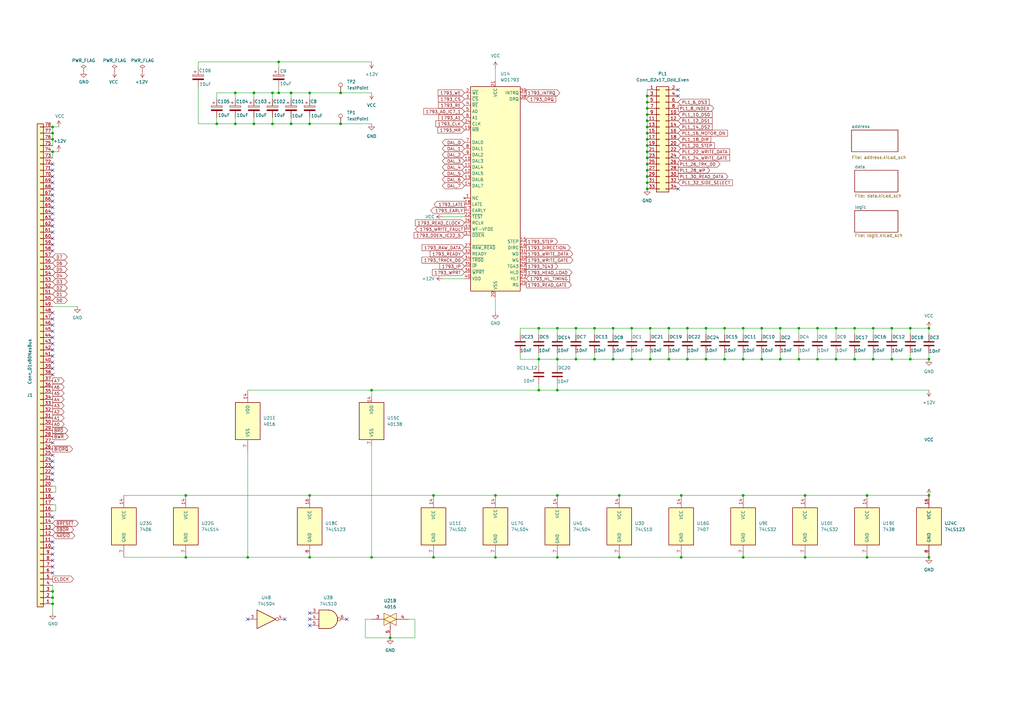
<source format=kicad_sch>
(kicad_sch (version 20230121) (generator eeschema)
  (paper "A3")
  (title_block (title "80 Bus FDC Controller") (date "2023-07-04") (rev "2.0.0"))
  (junction (at 381 147.32))
  (junction (at 177.8 203.2))
  (junction (at 312.42 147.32))
  (junction (at 203.2 228.6))
  (junction (at 139.7 38.1))
  (junction (at 304.8 228.6))
  (junction (at 279.4 203.2))
  (junction (at 21.59 62.23))
  (junction (at 76.2 228.6))
  (junction (at 139.7 50.8))
  (junction (at 251.46 147.32))
  (junction (at 21.59 54.61))
  (junction (at 228.6 228.6))
  (junction (at 373.38 147.32))
  (junction (at 355.6 228.6))
  (junction (at 304.8 203.2))
  (junction (at 111.76 38.1))
  (junction (at 119.38 38.1))
  (junction (at 365.76 134.62))
  (junction (at 350.52 147.32))
  (junction (at 96.52 50.8))
  (junction (at 127 228.6))
  (junction (at 350.52 134.62))
  (junction (at 265.43 54.61))
  (junction (at 203.2 203.2))
  (junction (at 342.9 147.32))
  (junction (at 254 203.2))
  (junction (at 381 134.62))
  (junction (at 381 203.2))
  (junction (at 342.9 134.62))
  (junction (at 265.43 39.37))
  (junction (at 289.56 134.62))
  (junction (at 21.59 52.07))
  (junction (at 228.6 203.2))
  (junction (at 265.43 72.39))
  (junction (at 265.43 46.99))
  (junction (at 381 228.6))
  (junction (at 111.76 50.8))
  (junction (at 265.43 52.07))
  (junction (at 274.32 147.32))
  (junction (at 335.28 147.32))
  (junction (at 254 228.6))
  (junction (at 96.52 38.1))
  (junction (at 21.59 57.15))
  (junction (at 279.4 228.6))
  (junction (at 228.6 160.02))
  (junction (at 358.14 134.62))
  (junction (at 355.6 203.2))
  (junction (at 327.66 134.62))
  (junction (at 127 38.1))
  (junction (at 265.43 41.91))
  (junction (at 265.43 57.15))
  (junction (at 76.2 203.2))
  (junction (at 327.66 147.32))
  (junction (at 104.14 50.8))
  (junction (at 127 203.2))
  (junction (at 220.98 147.32))
  (junction (at 265.43 67.31))
  (junction (at 104.14 38.1))
  (junction (at 265.43 49.53))
  (junction (at 265.43 44.45))
  (junction (at 365.76 147.32))
  (junction (at 228.6 147.32))
  (junction (at 236.22 134.62))
  (junction (at 265.43 74.93))
  (junction (at 243.84 147.32))
  (junction (at 236.22 147.32))
  (junction (at 320.04 147.32))
  (junction (at 304.8 147.32))
  (junction (at 297.18 147.32))
  (junction (at 228.6 134.62))
  (junction (at 266.7 147.32))
  (junction (at 152.4 160.02))
  (junction (at 281.94 134.62))
  (junction (at 312.42 134.62))
  (junction (at 265.43 59.69))
  (junction (at 101.6 228.6))
  (junction (at 265.43 77.47))
  (junction (at 320.04 134.62))
  (junction (at 289.56 147.32))
  (junction (at 114.3 38.1))
  (junction (at 259.08 134.62))
  (junction (at 88.9 50.8))
  (junction (at 114.3 25.4))
  (junction (at 330.2 228.6))
  (junction (at 119.38 50.8))
  (junction (at 373.38 134.62))
  (junction (at 21.59 247.65))
  (junction (at 330.2 203.2))
  (junction (at 335.28 134.62))
  (junction (at 281.94 147.32))
  (junction (at 274.32 134.62))
  (junction (at 21.59 245.11))
  (junction (at 265.43 64.77))
  (junction (at 259.08 147.32))
  (junction (at 220.98 134.62))
  (junction (at 152.4 228.6))
  (junction (at 297.18 134.62))
  (junction (at 220.98 160.02))
  (junction (at 265.43 62.23))
  (junction (at 177.8 228.6))
  (junction (at 243.84 134.62))
  (junction (at 266.7 134.62))
  (junction (at 358.14 147.32))
  (junction (at 127 50.8))
  (junction (at 160.02 261.62))
  (junction (at 251.46 134.62))
  (junction (at 21.59 242.57))
  (junction (at 265.43 69.85))
  (junction (at 304.8 134.62))
  (no_connect (at 278.13 77.47))
  (no_connect (at 278.13 39.37))
  (no_connect (at 278.13 36.83))
  (no_connect (at 21.59 102.87))
  (no_connect (at 21.59 232.41))
  (no_connect (at 21.59 128.27))
  (no_connect (at 21.59 212.09))
  (no_connect (at 21.59 77.47))
  (no_connect (at 21.59 69.85))
  (no_connect (at 21.59 72.39))
  (no_connect (at 21.59 74.93))
  (no_connect (at 21.59 133.35))
  (no_connect (at 21.59 204.47))
  (no_connect (at 21.59 100.33))
  (no_connect (at 21.59 181.61))
  (no_connect (at 21.59 227.33))
  (no_connect (at 21.59 222.25))
  (no_connect (at 21.59 194.31))
  (no_connect (at 21.59 85.09))
  (no_connect (at 21.59 234.95))
  (no_connect (at 127 251.46))
  (no_connect (at 21.59 67.31))
  (no_connect (at 21.59 186.69))
  (no_connect (at 21.59 196.85))
  (no_connect (at 21.59 189.23))
  (no_connect (at 101.6 254))
  (no_connect (at 21.59 97.79))
  (no_connect (at 21.59 224.79))
  (no_connect (at 21.59 191.77))
  (no_connect (at 21.59 130.81))
  (no_connect (at 116.84 254))
  (no_connect (at 21.59 95.25))
  (no_connect (at 127 254))
  (no_connect (at 21.59 229.87))
  (no_connect (at 21.59 80.01))
  (no_connect (at 142.24 254))
  (no_connect (at 21.59 82.55))
  (no_connect (at 21.59 153.67))
  (no_connect (at 21.59 151.13))
  (no_connect (at 21.59 148.59))
  (no_connect (at 21.59 146.05))
  (no_connect (at 21.59 143.51))
  (no_connect (at 21.59 140.97))
  (no_connect (at 21.59 138.43))
  (no_connect (at 21.59 135.89))
  (no_connect (at 21.59 90.17))
  (no_connect (at 21.59 87.63))
  (no_connect (at 21.59 92.71))
  (no_connect (at 127 256.54))
  (wire (pts (xy 119.38 38.1) (xy 127 38.1)))
  (wire (pts (xy 170.18 261.62) (xy 160.02 261.62)))
  (wire (pts (xy 203.2 121.92) (xy 203.2 128.27)))
  (wire (pts (xy 358.14 147.32) (xy 365.76 147.32)))
  (wire (pts (xy 104.14 38.1) (xy 111.76 38.1)))
  (wire (pts (xy 350.52 144.78) (xy 350.52 147.32)))
  (wire (pts (xy 274.32 144.78) (xy 274.32 147.32)))
  (wire (pts (xy 243.84 144.78) (xy 243.84 147.32)))
  (wire (pts (xy 21.59 199.39) (xy 22.86 199.39)))
  (wire (pts (xy 365.76 134.62) (xy 373.38 134.62)))
  (wire (pts (xy 152.4 160.02) (xy 152.4 162.56)))
  (wire (pts (xy 228.6 134.62) (xy 236.22 134.62)))
  (wire (pts (xy 381 134.62) (xy 381 137.16)))
  (wire (pts (xy 304.8 203.2) (xy 330.2 203.2)))
  (wire (pts (xy 96.52 38.1) (xy 104.14 38.1)))
  (wire (pts (xy 312.42 144.78) (xy 312.42 147.32)))
  (wire (pts (xy 342.9 134.62) (xy 342.9 137.16)))
  (wire (pts (xy 228.6 134.62) (xy 228.6 137.16)))
  (wire (pts (xy 350.52 134.62) (xy 350.52 137.16)))
  (wire (pts (xy 21.59 54.61) (xy 21.59 52.07)))
  (wire (pts (xy 251.46 134.62) (xy 259.08 134.62)))
  (wire (pts (xy 265.43 59.69) (xy 265.43 62.23)))
  (wire (pts (xy 381 144.78) (xy 381 147.32)))
  (wire (pts (xy 355.6 203.2) (xy 381 203.2)))
  (wire (pts (xy 373.38 147.32) (xy 381 147.32)))
  (wire (pts (xy 281.94 134.62) (xy 289.56 134.62)))
  (wire (pts (xy 266.7 134.62) (xy 266.7 137.16)))
  (wire (pts (xy 88.9 38.1) (xy 88.9 40.64)))
  (wire (pts (xy 24.13 52.07) (xy 21.59 52.07)))
  (wire (pts (xy 236.22 147.32) (xy 243.84 147.32)))
  (wire (pts (xy 342.9 147.32) (xy 350.52 147.32)))
  (wire (pts (xy 265.43 39.37) (xy 265.43 41.91)))
  (wire (pts (xy 304.8 147.32) (xy 312.42 147.32)))
  (wire (pts (xy 127 50.8) (xy 139.7 50.8)))
  (wire (pts (xy 213.36 147.32) (xy 220.98 147.32)))
  (wire (pts (xy 104.14 48.26) (xy 104.14 50.8)))
  (wire (pts (xy 22.86 209.55) (xy 21.59 209.55)))
  (wire (pts (xy 373.38 134.62) (xy 373.38 137.16)))
  (wire (pts (xy 265.43 57.15) (xy 265.43 59.69)))
  (wire (pts (xy 220.98 134.62) (xy 220.98 137.16)))
  (wire (pts (xy 342.9 134.62) (xy 350.52 134.62)))
  (wire (pts (xy 327.66 144.78) (xy 327.66 147.32)))
  (wire (pts (xy 96.52 50.8) (xy 104.14 50.8)))
  (wire (pts (xy 21.59 64.77) (xy 21.59 62.23)))
  (wire (pts (xy 127 38.1) (xy 127 40.64)))
  (wire (pts (xy 274.32 134.62) (xy 274.32 137.16)))
  (wire (pts (xy 21.59 245.11) (xy 21.59 242.57)))
  (wire (pts (xy 81.28 35.56) (xy 81.28 50.8)))
  (wire (pts (xy 335.28 134.62) (xy 335.28 137.16)))
  (wire (pts (xy 312.42 134.62) (xy 320.04 134.62)))
  (wire (pts (xy 265.43 36.83) (xy 265.43 39.37)))
  (wire (pts (xy 265.43 74.93) (xy 265.43 77.47)))
  (wire (pts (xy 76.2 203.2) (xy 127 203.2)))
  (wire (pts (xy 265.43 64.77) (xy 265.43 67.31)))
  (wire (pts (xy 320.04 147.32) (xy 327.66 147.32)))
  (wire (pts (xy 320.04 134.62) (xy 327.66 134.62)))
  (wire (pts (xy 228.6 160.02) (xy 220.98 160.02)))
  (wire (pts (xy 127 228.6) (xy 152.4 228.6)))
  (wire (pts (xy 119.38 48.26) (xy 119.38 50.8)))
  (wire (pts (xy 152.4 228.6) (xy 177.8 228.6)))
  (wire (pts (xy 76.2 228.6) (xy 101.6 228.6)))
  (wire (pts (xy 119.38 38.1) (xy 119.38 40.64)))
  (wire (pts (xy 114.3 35.56) (xy 114.3 38.1)))
  (wire (pts (xy 281.94 144.78) (xy 281.94 147.32)))
  (wire (pts (xy 149.86 261.62) (xy 160.02 261.62)))
  (wire (pts (xy 297.18 134.62) (xy 304.8 134.62)))
  (wire (pts (xy 251.46 134.62) (xy 251.46 137.16)))
  (wire (pts (xy 127 38.1) (xy 139.7 38.1)))
  (wire (pts (xy 114.3 25.4) (xy 81.28 25.4)))
  (wire (pts (xy 111.76 50.8) (xy 119.38 50.8)))
  (wire (pts (xy 21.59 62.23) (xy 24.13 62.23)))
  (wire (pts (xy 21.59 57.15) (xy 21.59 54.61)))
  (wire (pts (xy 81.28 25.4) (xy 81.28 27.94)))
  (wire (pts (xy 259.08 147.32) (xy 266.7 147.32)))
  (wire (pts (xy 259.08 144.78) (xy 259.08 147.32)))
  (wire (pts (xy 312.42 134.62) (xy 312.42 137.16)))
  (wire (pts (xy 281.94 134.62) (xy 281.94 137.16)))
  (wire (pts (xy 265.43 69.85) (xy 265.43 72.39)))
  (wire (pts (xy 139.7 50.8) (xy 152.4 50.8)))
  (wire (pts (xy 236.22 134.62) (xy 243.84 134.62)))
  (wire (pts (xy 358.14 144.78) (xy 358.14 147.32)))
  (wire (pts (xy 274.32 134.62) (xy 281.94 134.62)))
  (wire (pts (xy 327.66 134.62) (xy 327.66 137.16)))
  (wire (pts (xy 265.43 44.45) (xy 265.43 46.99)))
  (wire (pts (xy 304.8 144.78) (xy 304.8 147.32)))
  (wire (pts (xy 297.18 144.78) (xy 297.18 147.32)))
  (wire (pts (xy 228.6 144.78) (xy 228.6 147.32)))
  (wire (pts (xy 228.6 134.62) (xy 220.98 134.62)))
  (wire (pts (xy 181.61 114.3) (xy 190.5 114.3)))
  (wire (pts (xy 220.98 147.32) (xy 220.98 149.86)))
  (wire (pts (xy 203.2 27.94) (xy 203.2 33.02)))
  (wire (pts (xy 50.8 228.6) (xy 76.2 228.6)))
  (wire (pts (xy 22.86 199.39) (xy 22.86 201.93)))
  (wire (pts (xy 265.43 49.53) (xy 265.43 52.07)))
  (wire (pts (xy 265.43 46.99) (xy 265.43 49.53)))
  (wire (pts (xy 259.08 134.62) (xy 266.7 134.62)))
  (wire (pts (xy 281.94 147.32) (xy 289.56 147.32)))
  (wire (pts (xy 297.18 134.62) (xy 297.18 137.16)))
  (wire (pts (xy 265.43 52.07) (xy 265.43 54.61)))
  (wire (pts (xy 139.7 38.1) (xy 152.4 38.1)))
  (wire (pts (xy 114.3 25.4) (xy 114.3 27.94)))
  (wire (pts (xy 335.28 134.62) (xy 342.9 134.62)))
  (wire (pts (xy 152.4 254) (xy 149.86 254)))
  (wire (pts (xy 170.18 254) (xy 170.18 261.62)))
  (wire (pts (xy 96.52 50.8) (xy 96.52 48.26)))
  (wire (pts (xy 21.59 201.93) (xy 22.86 201.93)))
  (wire (pts (xy 236.22 134.62) (xy 236.22 137.16)))
  (wire (pts (xy 127 203.2) (xy 177.8 203.2)))
  (wire (pts (xy 104.14 38.1) (xy 104.14 40.64)))
  (wire (pts (xy 88.9 38.1) (xy 96.52 38.1)))
  (wire (pts (xy 96.52 38.1) (xy 96.52 40.64)))
  (wire (pts (xy 152.4 182.88) (xy 152.4 228.6)))
  (wire (pts (xy 21.59 247.65) (xy 21.59 245.11)))
  (wire (pts (xy 365.76 147.32) (xy 373.38 147.32)))
  (wire (pts (xy 335.28 147.32) (xy 342.9 147.32)))
  (wire (pts (xy 177.8 203.2) (xy 203.2 203.2)))
  (wire (pts (xy 220.98 144.78) (xy 220.98 147.32)))
  (wire (pts (xy 149.86 254) (xy 149.86 261.62)))
  (wire (pts (xy 265.43 62.23) (xy 265.43 64.77)))
  (wire (pts (xy 304.8 228.6) (xy 330.2 228.6)))
  (wire (pts (xy 243.84 134.62) (xy 243.84 137.16)))
  (wire (pts (xy 365.76 144.78) (xy 365.76 147.32)))
  (wire (pts (xy 254 228.6) (xy 279.4 228.6)))
  (wire (pts (xy 243.84 147.32) (xy 251.46 147.32)))
  (wire (pts (xy 127 48.26) (xy 127 50.8)))
  (wire (pts (xy 203.2 228.6) (xy 228.6 228.6)))
  (wire (pts (xy 243.84 134.62) (xy 251.46 134.62)))
  (wire (pts (xy 213.36 134.62) (xy 213.36 137.16)))
  (wire (pts (xy 111.76 38.1) (xy 111.76 40.64)))
  (wire (pts (xy 365.76 134.62) (xy 365.76 137.16)))
  (wire (pts (xy 304.8 134.62) (xy 312.42 134.62)))
  (wire (pts (xy 330.2 203.2) (xy 355.6 203.2)))
  (wire (pts (xy 350.52 147.32) (xy 358.14 147.32)))
  (wire (pts (xy 181.61 88.9) (xy 190.5 88.9)))
  (wire (pts (xy 220.98 160.02) (xy 152.4 160.02)))
  (wire (pts (xy 330.2 228.6) (xy 355.6 228.6)))
  (wire (pts (xy 327.66 134.62) (xy 335.28 134.62)))
  (wire (pts (xy 265.43 54.61) (xy 265.43 57.15)))
  (wire (pts (xy 266.7 134.62) (xy 274.32 134.62)))
  (wire (pts (xy 265.43 67.31) (xy 265.43 69.85)))
  (wire (pts (xy 289.56 134.62) (xy 289.56 137.16)))
  (wire (pts (xy 114.3 25.4) (xy 152.4 25.4)))
  (wire (pts (xy 111.76 38.1) (xy 114.3 38.1)))
  (wire (pts (xy 265.43 72.39) (xy 265.43 74.93)))
  (wire (pts (xy 228.6 157.48) (xy 228.6 160.02)))
  (wire (pts (xy 228.6 160.02) (xy 381 160.02)))
  (wire (pts (xy 358.14 134.62) (xy 358.14 137.16)))
  (wire (pts (xy 335.28 144.78) (xy 335.28 147.32)))
  (wire (pts (xy 228.6 228.6) (xy 254 228.6)))
  (wire (pts (xy 81.28 50.8) (xy 88.9 50.8)))
  (wire (pts (xy 101.6 185.42) (xy 101.6 228.6)))
  (wire (pts (xy 312.42 147.32) (xy 320.04 147.32)))
  (wire (pts (xy 289.56 134.62) (xy 297.18 134.62)))
  (wire (pts (xy 228.6 147.32) (xy 236.22 147.32)))
  (wire (pts (xy 50.8 203.2) (xy 76.2 203.2)))
  (wire (pts (xy 342.9 144.78) (xy 342.9 147.32)))
  (wire (pts (xy 355.6 228.6) (xy 381 228.6)))
  (wire (pts (xy 104.14 50.8) (xy 111.76 50.8)))
  (wire (pts (xy 119.38 50.8) (xy 127 50.8)))
  (wire (pts (xy 228.6 147.32) (xy 228.6 149.86)))
  (wire (pts (xy 358.14 134.62) (xy 365.76 134.62)))
  (wire (pts (xy 320.04 134.62) (xy 320.04 137.16)))
  (wire (pts (xy 279.4 228.6) (xy 304.8 228.6)))
  (wire (pts (xy 279.4 203.2) (xy 304.8 203.2)))
  (wire (pts (xy 220.98 134.62) (xy 213.36 134.62)))
  (wire (pts (xy 251.46 147.32) (xy 259.08 147.32)))
  (wire (pts (xy 21.59 242.57) (xy 21.59 240.03)))
  (wire (pts (xy 167.64 254) (xy 170.18 254)))
  (wire (pts (xy 111.76 48.26) (xy 111.76 50.8)))
  (wire (pts (xy 101.6 228.6) (xy 127 228.6)))
  (wire (pts (xy 274.32 147.32) (xy 281.94 147.32)))
  (wire (pts (xy 114.3 38.1) (xy 119.38 38.1)))
  (wire (pts (xy 350.52 134.62) (xy 358.14 134.62)))
  (wire (pts (xy 320.04 144.78) (xy 320.04 147.32)))
  (wire (pts (xy 88.9 50.8) (xy 96.52 50.8)))
  (wire (pts (xy 266.7 147.32) (xy 274.32 147.32)))
  (wire (pts (xy 21.59 59.69) (xy 21.59 57.15)))
  (wire (pts (xy 213.36 144.78) (xy 213.36 147.32)))
  (wire (pts (xy 289.56 144.78) (xy 289.56 147.32)))
  (wire (pts (xy 304.8 134.62) (xy 304.8 137.16)))
  (wire (pts (xy 265.43 41.91) (xy 265.43 44.45)))
  (wire (pts (xy 297.18 147.32) (xy 304.8 147.32)))
  (wire (pts (xy 152.4 160.02) (xy 101.6 160.02)))
  (wire (pts (xy 22.86 207.01) (xy 22.86 209.55)))
  (wire (pts (xy 254 203.2) (xy 279.4 203.2)))
  (wire (pts (xy 21.59 251.46) (xy 21.59 247.65)))
  (wire (pts (xy 220.98 160.02) (xy 220.98 157.48)))
  (wire (pts (xy 251.46 144.78) (xy 251.46 147.32)))
  (wire (pts (xy 266.7 144.78) (xy 266.7 147.32)))
  (wire (pts (xy 177.8 228.6) (xy 203.2 228.6)))
  (wire (pts (xy 373.38 144.78) (xy 373.38 147.32)))
  (wire (pts (xy 88.9 48.26) (xy 88.9 50.8)))
  (wire (pts (xy 373.38 134.62) (xy 381 134.62)))
  (wire (pts (xy 203.2 203.2) (xy 228.6 203.2)))
  (wire (pts (xy 327.66 147.32) (xy 335.28 147.32)))
  (wire (pts (xy 228.6 203.2) (xy 254 203.2)))
  (wire (pts (xy 236.22 144.78) (xy 236.22 147.32)))
  (wire (pts (xy 220.98 147.32) (xy 228.6 147.32)))
  (wire (pts (xy 289.56 147.32) (xy 297.18 147.32)))
  (wire (pts (xy 259.08 134.62) (xy 259.08 137.16)))
  (wire (pts (xy 21.59 125.73) (xy 31.75 125.73)))
  (wire (pts (xy 21.59 207.01) (xy 22.86 207.01)))
  (global_label "DAL_5" (shape bidirectional) (at 190.5 71.12 180) (property "Intersheetrefs" "${INTERSHEET_REFS}" (effects hide)))
  (global_label "D7" (shape bidirectional) (at 21.59 105.41 0) (property "Intersheetrefs" "${INTERSHEET_REFS}" (effects hide)))
  (global_label "PL1_14_DS2" (shape input) (at 278.13 52.07 0) (property "Intersheetrefs" "${INTERSHEET_REFS}" (effects hide)))
  (global_label "PL1_10_DS0" (shape input) (at 278.13 46.99 0) (property "Intersheetrefs" "${INTERSHEET_REFS}" (effects hide)))
  (global_label "PL1_20_STEP" (shape input) (at 278.13 59.69 0) (property "Intersheetrefs" "${INTERSHEET_REFS}" (effects hide)))
  (global_label "PL1_30_READ_DATA" (shape output) (at 278.13 72.39 0) (property "Intersheetrefs" "${INTERSHEET_REFS}" (effects hide)))
  (global_label "1793_RAW_DATA" (shape input) (at 190.5 101.6 180) (property "Intersheetrefs" "${INTERSHEET_REFS}" (effects hide)))
  (global_label "~{BIORQ}" (shape output) (at 21.59 184.15 0) (property "Intersheetrefs" "${INTERSHEET_REFS}" (effects hide)))
  (global_label "A1" (shape output) (at 21.59 171.45 0) (property "Intersheetrefs" "${INTERSHEET_REFS}" (effects hide)))
  (global_label "DAL_4" (shape bidirectional) (at 190.5 68.58 180) (property "Intersheetrefs" "${INTERSHEET_REFS}" (effects hide)))
  (global_label "1793_WRITE_GATE" (shape output) (at 215.9 106.68 0) (property "Intersheetrefs" "${INTERSHEET_REFS}" (effects hide)))
  (global_label "PL1_28_WP" (shape output) (at 278.13 69.85 0) (property "Intersheetrefs" "${INTERSHEET_REFS}" (effects hide)))
  (global_label "1793_READY" (shape input) (at 190.5 104.14 180) (property "Intersheetrefs" "${INTERSHEET_REFS}" (effects hide)))
  (global_label "1793_STEP" (shape output) (at 215.9 99.06 0) (property "Intersheetrefs" "${INTERSHEET_REFS}" (effects hide)))
  (global_label "D6" (shape bidirectional) (at 21.59 107.95 0) (property "Intersheetrefs" "${INTERSHEET_REFS}" (effects hide)))
  (global_label "1793_HL_TIMING" (shape input) (at 215.9 114.3 0) (property "Intersheetrefs" "${INTERSHEET_REFS}" (effects hide)))
  (global_label "DAL_6" (shape bidirectional) (at 190.5 73.66 180) (property "Intersheetrefs" "${INTERSHEET_REFS}" (effects hide)))
  (global_label "1793_WRITE_FAULT" (shape output) (at 190.5 93.98 180) (property "Intersheetrefs" "${INTERSHEET_REFS}" (effects hide)))
  (global_label "1793_MR" (shape input) (at 190.5 53.34 180) (property "Intersheetrefs" "${INTERSHEET_REFS}" (effects hide)))
  (global_label "1793_A0_IC7_1" (shape input) (at 190.5 45.72 180) (property "Intersheetrefs" "${INTERSHEET_REFS}" (effects hide)))
  (global_label "A2" (shape output) (at 21.59 168.91 0) (property "Intersheetrefs" "${INTERSHEET_REFS}" (effects hide)))
  (global_label "1793_LATE" (shape output) (at 190.5 83.82 180) (property "Intersheetrefs" "${INTERSHEET_REFS}" (effects hide)))
  (global_label "1793_WPRT" (shape input) (at 190.5 111.76 180) (property "Intersheetrefs" "${INTERSHEET_REFS}" (effects hide)))
  (global_label "1793_DRQ" (shape input) (at 215.9 40.64 0) (property "Intersheetrefs" "${INTERSHEET_REFS}" (effects hide)))
  (global_label "PL1_26_TRK_00" (shape output) (at 278.13 67.31 0) (property "Intersheetrefs" "${INTERSHEET_REFS}" (effects hide)))
  (global_label "D4" (shape bidirectional) (at 21.59 113.03 0) (property "Intersheetrefs" "${INTERSHEET_REFS}" (effects hide)))
  (global_label "DAL_1" (shape bidirectional) (at 190.5 60.96 180) (property "Intersheetrefs" "${INTERSHEET_REFS}" (effects hide)))
  (global_label "~{NASIO}" (shape bidirectional) (at 21.59 219.71 0) (property "Intersheetrefs" "${INTERSHEET_REFS}" (effects hide)))
  (global_label "A6" (shape output) (at 21.59 158.75 0) (property "Intersheetrefs" "${INTERSHEET_REFS}" (effects hide)))
  (global_label "PL1_24_WRITE_GATE" (shape input) (at 278.13 64.77 0) (property "Intersheetrefs" "${INTERSHEET_REFS}" (effects hide)))
  (global_label "DAL_3" (shape bidirectional) (at 190.5 66.04 180) (property "Intersheetrefs" "${INTERSHEET_REFS}" (effects hide)))
  (global_label "DAL_0" (shape bidirectional) (at 190.5 58.42 180) (property "Intersheetrefs" "${INTERSHEET_REFS}" (effects hide)))
  (global_label "A5" (shape output) (at 21.59 161.29 0) (property "Intersheetrefs" "${INTERSHEET_REFS}" (effects hide)))
  (global_label "1793_TG43" (shape output) (at 215.9 109.22 0) (property "Intersheetrefs" "${INTERSHEET_REFS}" (effects hide)))
  (global_label "1793_A1" (shape input) (at 190.5 48.26 180) (property "Intersheetrefs" "${INTERSHEET_REFS}" (effects hide)))
  (global_label "PL1_8_INDEX" (shape output) (at 278.13 44.45 0) (property "Intersheetrefs" "${INTERSHEET_REFS}" (effects hide)))
  (global_label "1793_IP" (shape input) (at 190.5 109.22 180) (property "Intersheetrefs" "${INTERSHEET_REFS}" (effects hide)))
  (global_label "1793_HEAD_LOAD" (shape output) (at 215.9 111.76 0) (property "Intersheetrefs" "${INTERSHEET_REFS}" (effects hide)))
  (global_label "A3" (shape output) (at 21.59 166.37 0) (property "Intersheetrefs" "${INTERSHEET_REFS}" (effects hide)))
  (global_label "~{BRESET}" (shape bidirectional) (at 21.59 214.63 0) (property "Intersheetrefs" "${INTERSHEET_REFS}" (effects hide)))
  (global_label "1793_CLK" (shape input) (at 190.5 50.8 180) (property "Intersheetrefs" "${INTERSHEET_REFS}" (effects hide)))
  (global_label "~{DBDR}" (shape bidirectional) (at 21.59 217.17 0) (property "Intersheetrefs" "${INTERSHEET_REFS}" (effects hide)))
  (global_label "D1" (shape bidirectional) (at 21.59 120.65 0) (property "Intersheetrefs" "${INTERSHEET_REFS}" (effects hide)))
  (global_label "A4" (shape output) (at 21.59 163.83 0) (property "Intersheetrefs" "${INTERSHEET_REFS}" (effects hide)))
  (global_label "CLOCK" (shape output) (at 21.59 237.49 0) (property "Intersheetrefs" "${INTERSHEET_REFS}" (effects hide)))
  (global_label "1793_EARLY" (shape output) (at 190.5 86.36 180) (property "Intersheetrefs" "${INTERSHEET_REFS}" (effects hide)))
  (global_label "1793_CS" (shape input) (at 190.5 40.64 180) (property "Intersheetrefs" "${INTERSHEET_REFS}" (effects hide)))
  (global_label "PL1_12_DS1" (shape input) (at 278.13 49.53 0) (property "Intersheetrefs" "${INTERSHEET_REFS}" (effects hide)))
  (global_label "1793_WE" (shape input) (at 190.5 38.1 180) (property "Intersheetrefs" "${INTERSHEET_REFS}" (effects hide)))
  (global_label "PL1_32_SIDE_SELECT" (shape input) (at 278.13 74.93 0) (property "Intersheetrefs" "${INTERSHEET_REFS}" (effects hide)))
  (global_label "1793_DDEN_IC22_5" (shape input) (at 190.5 96.52 180) (property "Intersheetrefs" "${INTERSHEET_REFS}" (effects hide)))
  (global_label "1793_DIRECTION" (shape output) (at 215.9 101.6 0) (property "Intersheetrefs" "${INTERSHEET_REFS}" (effects hide)))
  (global_label "A0" (shape output) (at 21.59 173.99 0) (property "Intersheetrefs" "${INTERSHEET_REFS}" (effects hide)))
  (global_label "1793_READ_CLOCK" (shape input) (at 190.5 91.44 180) (property "Intersheetrefs" "${INTERSHEET_REFS}" (effects hide)))
  (global_label "D5" (shape bidirectional) (at 21.59 110.49 0) (property "Intersheetrefs" "${INTERSHEET_REFS}" (effects hide)))
  (global_label "A7" (shape output) (at 21.59 156.21 0) (property "Intersheetrefs" "${INTERSHEET_REFS}" (effects hide)))
  (global_label "D3" (shape bidirectional) (at 21.59 115.57 0) (property "Intersheetrefs" "${INTERSHEET_REFS}" (effects hide)))
  (global_label "PL1_16_MOTOR_ON" (shape input) (at 278.13 54.61 0) (property "Intersheetrefs" "${INTERSHEET_REFS}" (effects hide)))
  (global_label "1793_RE" (shape input) (at 190.5 43.18 180) (property "Intersheetrefs" "${INTERSHEET_REFS}" (effects hide)))
  (global_label "1793_WRITE_DATA" (shape output) (at 215.9 104.14 0) (property "Intersheetrefs" "${INTERSHEET_REFS}" (effects hide)))
  (global_label "PL1_22_WRITE_DATA" (shape input) (at 278.13 62.23 0) (property "Intersheetrefs" "${INTERSHEET_REFS}" (effects hide)))
  (global_label "D0" (shape bidirectional) (at 21.59 123.19 0) (property "Intersheetrefs" "${INTERSHEET_REFS}" (effects hide)))
  (global_label "1793_READ_GATE" (shape output) (at 215.9 116.84 0) (property "Intersheetrefs" "${INTERSHEET_REFS}" (effects hide)))
  (global_label "PL1_6_DS3" (shape input) (at 278.13 41.91 0) (property "Intersheetrefs" "${INTERSHEET_REFS}" (effects hide)))
  (global_label "DAL_2" (shape bidirectional) (at 190.5 63.5 180) (property "Intersheetrefs" "${INTERSHEET_REFS}" (effects hide)))
  (global_label "1793_INTRQ" (shape output) (at 215.9 38.1 0) (property "Intersheetrefs" "${INTERSHEET_REFS}" (effects hide)))
  (global_label "1793_TRACK_00" (shape input) (at 190.5 106.68 180) (property "Intersheetrefs" "${INTERSHEET_REFS}" (effects hide)))
  (global_label "D2" (shape bidirectional) (at 21.59 118.11 0) (property "Intersheetrefs" "${INTERSHEET_REFS}" (effects hide)))
  (global_label "PL1_18_DIR" (shape input) (at 278.13 57.15 0) (property "Intersheetrefs" "${INTERSHEET_REFS}" (effects hide)))
  (global_label "~{BWR}" (shape output) (at 21.59 179.07 0) (property "Intersheetrefs" "${INTERSHEET_REFS}" (effects hide)))
  (global_label "DAL_7" (shape bidirectional) (at 190.5 76.2 180) (property "Intersheetrefs" "${INTERSHEET_REFS}" (effects hide)))
  (global_label "~{BRD}" (shape output) (at 21.59 176.53 0) (property "Intersheetrefs" "${INTERSHEET_REFS}" (effects hide)))
  (symbol (lib_id "80bus:Conn_01x80NasBus") (at 21.59 148.59 180) (unit 1)
    (property "Reference" "J1" (at 13.462 162.052 0) (effects (justify left)))
    (property "Value" "Conn_01x80NasBus" (at 12.192 138.938 90) (effects (justify left)))
    (property "Footprint" "80bus:80BusEdgeConnector" (effects hide))
  )
  (symbol (lib_id "power:GND") (at 21.59 251.46 0) (unit 1)
    (property "Reference" "#PWR0101" (effects hide))
    (property "Value" "GND" (at 21.717 255.8542 0))
  )
  (symbol (lib_id "power:+12V") (at 24.13 62.23 0) (unit 1)
    (property "Reference" "#PWR0103" (effects hide))
    (property "Value" "+12V" (at 24.511 57.8358 0))
  )
  (symbol (lib_id "power:VCC") (at 24.13 52.07 0) (unit 1)
    (property "Reference" "#PWR0102" (effects hide))
    (property "Value" "VCC" (at 24.511 47.6758 0))
  )
  (symbol (lib_id "power:PWR_FLAG") (at 34.29 29.21 0) (unit 1)
    (property "Reference" "#FLG0101" (effects hide))
    (property "Value" "PWR_FLAG" (at 34.29 24.8158 0))
  )
  (symbol (lib_id "power:GND") (at 34.29 29.21 0) (unit 1)
    (property "Reference" "#PWR0116" (effects hide))
    (property "Value" "GND" (at 34.417 33.6042 0))
  )
  (symbol (lib_id "power:PWR_FLAG") (at 46.99 29.21 0) (unit 1)
    (property "Reference" "#FLG0102" (effects hide))
    (property "Value" "PWR_FLAG" (at 46.99 24.8158 0))
  )
  (symbol (lib_id "power:PWR_FLAG") (at 58.42 29.21 0) (unit 1)
    (property "Reference" "#FLG0104" (effects hide))
    (property "Value" "PWR_FLAG" (at 58.42 24.8158 0))
  )
  (symbol (lib_id "power:+12V") (at 58.42 29.21 180) (unit 1)
    (property "Reference" "#PWR0119" (effects hide))
    (property "Value" "+12V" (at 58.039 33.6042 0))
  )
  (symbol (lib_id "power:VCC") (at 46.99 29.21 180) (unit 1)
    (property "Reference" "#PWR0117" (effects hide))
    (property "Value" "VCC" (at 46.609 33.6042 0))
  )
  (symbol (lib_id "power:GND") (at 31.75 125.73 0) (unit 1)
    (property "Reference" "#PWR0175" (effects hide))
    (property "Value" "GND" (at 31.75 130.302 0))
  )
  (symbol (lib_id "Device:C") (at 266.7 140.97 0) (unit 1)
    (property "Reference" "DC21" (at 266.954 138.176 0) (effects (justify left)))
    (property "Value" "10nF" (at 266.7 143.764 0) (effects (justify left)))
    (property "Footprint" "Capacitor_THT:C_Disc_D4.7mm_W2.5mm_P5.00mm" (effects hide))
  )
  (symbol (lib_id "74xx:74LS02") (at 177.8 215.9 0) (unit 5)
    (property "Reference" "U11" (at 184.15 214.6299 0) (effects (justify left)))
    (property "Value" "74LS02" (at 184.15 217.1699 0) (effects (justify left)))
    (property "Footprint" "Package_DIP:DIP-14_W7.62mm_Socket" (effects hide))
    (property "Datasheet" "http://www.ti.com/lit/gpn/sn74ls02" (effects hide))
  )
  (symbol (lib_id "power:GND") (at 381 147.32 0) (unit 1)
    (property "Reference" "#PWR0106" (effects hide))
    (property "Value" "GND" (at 381 152.4 0))
  )
  (symbol (lib_id "Device:C_Polarized") (at 81.28 31.75 0) (unit 1)
    (property "Reference" "C106" (at 81.534 28.956 0) (effects (justify left)))
    (property "Value" "10uF" (at 81.788 34.544 0) (effects (justify left)))
    (property "Footprint" "Capacitor_THT:C_Disc_D6.0mm_W4.4mm_P5.00mm" (effects hide))
  )
  (symbol (lib_id "Device:C") (at 220.98 140.97 0) (unit 1)
    (property "Reference" "DC5" (at 221.234 138.176 0) (effects (justify left)))
    (property "Value" "10nF" (at 220.98 143.764 0) (effects (justify left)))
    (property "Footprint" "Capacitor_THT:C_Disc_D4.7mm_W2.5mm_P5.00mm" (effects hide))
  )
  (symbol (lib_id "80bus:7406") (at 50.8 215.9 0) (unit 7)
    (property "Reference" "U23" (at 57.15 214.6299 0) (effects (justify left)))
    (property "Value" "7406" (at 57.15 217.1699 0) (effects (justify left)))
    (property "Footprint" "Package_DIP:DIP-14_W7.62mm_Socket" (effects hide))
    (property "Datasheet" "http://www.ti.com/lit/gpn/sn74LS06" (effects hide))
  )
  (symbol (lib_id "Device:C") (at 236.22 140.97 0) (unit 1)
    (property "Reference" "DC7" (at 236.474 138.176 0) (effects (justify left)))
    (property "Value" "10nF" (at 236.22 143.764 0) (effects (justify left)))
    (property "Footprint" "Capacitor_THT:C_Disc_D4.7mm_W2.5mm_P5.00mm" (effects hide))
  )
  (symbol (lib_id "80bus:7438") (at 355.6 215.9 0) (unit 5)
    (property "Reference" "U19" (at 361.95 214.6299 0) (effects (justify left)))
    (property "Value" "7438" (at 361.95 217.1699 0) (effects (justify left)))
    (property "Footprint" "Package_DIP:DIP-14_W7.62mm_Socket" (effects hide))
    (property "Datasheet" "http://www.ti.com/lit/gpn/sn74LS38" (effects hide))
  )
  (symbol (lib_id "Device:C_Polarized") (at 111.76 44.45 0) (unit 1)
    (property "Reference" "C102" (at 112.014 41.656 0) (effects (justify left)))
    (property "Value" "10uF" (at 112.268 47.244 0) (effects (justify left)))
    (property "Footprint" "Capacitor_THT:C_Disc_D6.0mm_W4.4mm_P5.00mm" (effects hide))
  )
  (symbol (lib_id "74xx:74LS123") (at 381 215.9 0) (unit 3)
    (property "Reference" "U24" (at 387.35 214.6299 0) (effects (justify left)))
    (property "Value" "74LS123" (at 387.35 217.1699 0) (effects (justify left)))
    (property "Footprint" "Package_DIP:DIP-16_W7.62mm_Socket" (effects hide))
    (property "Datasheet" "http://www.ti.com/lit/gpn/sn74LS123" (effects hide))
  )
  (symbol (lib_id "power:+12V") (at 181.61 114.3 90) (unit 1)
    (property "Reference" "#PWR0109" (effects hide))
    (property "Value" "+12V" (at 178.308 114.2999 90) (effects (justify left)))
  )
  (symbol (lib_id "74xx:74LS04") (at 228.6 215.9 0) (unit 7)
    (property "Reference" "U4" (at 234.95 214.6299 0) (effects (justify left)))
    (property "Value" "74LS04" (at 234.95 217.1699 0) (effects (justify left)))
    (property "Footprint" "Package_DIP:DIP-14_W7.62mm_Socket" (effects hide))
    (property "Datasheet" "http://www.ti.com/lit/gpn/sn74LS04" (effects hide))
  )
  (symbol (lib_id "74xx:74LS123") (at 127 215.9 0) (unit 3)
    (property "Reference" "U18" (at 133.35 214.6299 0) (effects (justify left)))
    (property "Value" "74LS123" (at 133.35 217.1699 0) (effects (justify left)))
    (property "Footprint" "Package_DIP:DIP-16_W7.62mm_Socket" (effects hide))
    (property "Datasheet" "http://www.ti.com/lit/gpn/sn74LS123" (effects hide))
  )
  (symbol (lib_id "power:+12V") (at 152.4 25.4 180) (unit 1)
    (property "Reference" "#PWR0110" (effects hide))
    (property "Value" "+12V" (at 152.4 30.48 0))
  )
  (symbol (lib_id "Device:C") (at 365.76 140.97 0) (unit 1)
    (property "Reference" "DC12" (at 366.014 138.176 0) (effects (justify left)))
    (property "Value" "10nF" (at 365.76 143.764 0) (effects (justify left)))
    (property "Footprint" "Capacitor_THT:C_Disc_D4.7mm_W2.5mm_P5.00mm" (effects hide))
  )
  (symbol (lib_id "Device:C_Polarized") (at 114.3 31.75 0) (unit 1)
    (property "Reference" "C9" (at 114.808 29.21 0) (effects (justify left)))
    (property "Value" "10uF" (at 114.808 34.29 0) (effects (justify left)))
    (property "Footprint" "Capacitor_THT:C_Disc_D6.0mm_W4.4mm_P5.00mm" (effects hide))
  )
  (symbol (lib_id "Device:C") (at 312.42 140.97 0) (unit 1)
    (property "Reference" "DC10" (at 312.674 138.176 0) (effects (justify left)))
    (property "Value" "10nF" (at 312.42 143.764 0) (effects (justify left)))
    (property "Footprint" "Capacitor_THT:C_Disc_D4.7mm_W2.5mm_P5.00mm" (effects hide))
  )
  (symbol (lib_id "power:GND") (at 265.43 77.47 0) (unit 1)
    (property "Reference" "#PWR0123" (effects hide))
    (property "Value" "GND" (at 265.43 82.296 0))
  )
  (symbol (lib_id "Device:C") (at 220.98 153.67 0) (unit 1)
    (property "Reference" "DC14_12" (at 211.836 150.876 0) (effects (justify left)))
    (property "Value" "10nF" (at 214.63 156.21 0) (effects (justify left)))
    (property "Footprint" "Capacitor_THT:C_Disc_D4.7mm_W2.5mm_P5.00mm" (effects hide))
  )
  (symbol (lib_id "Connector:TestPoint") (at 139.7 38.1 0) (unit 1)
    (property "Reference" "TP2" (at 142.24 33.5279 0) (effects (justify left)))
    (property "Value" "TestPoint" (at 142.24 36.0679 0) (effects (justify left)))
    (property "Footprint" "TestPoint:TestPoint_THTPad_D1.5mm_Drill0.7mm" (effects hide))
  )
  (symbol (lib_id "power:VCC") (at 381 134.62 0) (unit 1)
    (property "Reference" "#PWR0104" (effects hide))
    (property "Value" "VCC" (at 381 129.54 0))
  )
  (symbol (lib_id "Device:C_Polarized") (at 96.52 44.45 0) (unit 1)
    (property "Reference" "C104" (at 96.774 41.656 0) (effects (justify left)))
    (property "Value" "10uF" (at 97.028 47.244 0) (effects (justify left)))
    (property "Footprint" "Capacitor_THT:C_Disc_D6.0mm_W4.4mm_P5.00mm" (effects hide))
  )
  (symbol (lib_id "Device:C") (at 281.94 140.97 0) (unit 1)
    (property "Reference" "DC22" (at 282.194 138.176 0) (effects (justify left)))
    (property "Value" "10nF" (at 281.94 143.764 0) (effects (justify left)))
    (property "Footprint" "Capacitor_THT:C_Disc_D4.7mm_W2.5mm_P5.00mm" (effects hide))
  )
  (symbol (lib_id "Connector_Generic:Conn_02x17_Odd_Even") (at 270.51 57.15 0) (unit 1)
    (property "Reference" "PL1" (at 271.78 30.226 0))
    (property "Value" "Conn_02x17_Odd_Even" (at 271.78 32.766 0))
    (property "Footprint" "Connector_PinHeader_2.54mm:PinHeader_2x17_P2.54mm_Vertical" (effects hide))
  )
  (symbol (lib_id "74xx:74LS10") (at 254 215.9 0) (unit 4)
    (property "Reference" "U3" (at 260.35 214.6299 0) (effects (justify left)))
    (property "Value" "74LS10" (at 260.35 217.1699 0) (effects (justify left)))
    (property "Footprint" "Package_DIP:DIP-14_W7.62mm_Socket" (effects hide))
    (property "Datasheet" "http://www.ti.com/lit/gpn/sn74LS10" (effects hide))
  )
  (symbol (lib_id "4xxx:4016") (at 160.02 254 180) (unit 2)
    (property "Reference" "U21" (at 160.02 246.38 0))
    (property "Value" "4016" (at 160.02 248.92 0))
    (property "Footprint" "Package_DIP:DIP-14_W7.62mm_Socket" (effects hide))
    (property "Datasheet" "http://www.ti.com/lit/ds/symlink/cd4016b.pdf" (effects hide))
  )
  (symbol (lib_id "Device:C") (at 327.66 140.97 0) (unit 1)
    (property "Reference" "DC4" (at 327.914 138.176 0) (effects (justify left)))
    (property "Value" "10nF" (at 327.66 143.764 0) (effects (justify left)))
    (property "Footprint" "Capacitor_THT:C_Disc_D4.7mm_W2.5mm_P5.00mm" (effects hide))
  )
  (symbol (lib_id "Device:C_Polarized") (at 88.9 44.45 0) (unit 1)
    (property "Reference" "C105" (at 89.154 41.656 0) (effects (justify left)))
    (property "Value" "10uF" (at 89.408 47.244 0) (effects (justify left)))
    (property "Footprint" "Capacitor_THT:C_Disc_D6.0mm_W4.4mm_P5.00mm" (effects hide))
  )
  (symbol (lib_id "Device:C") (at 213.36 140.97 0) (unit 1)
    (property "Reference" "DC23" (at 213.614 138.176 0) (effects (justify left)))
    (property "Value" "10nF" (at 213.36 143.764 0) (effects (justify left)))
    (property "Footprint" "Capacitor_THT:C_Disc_D4.7mm_W2.5mm_P5.00mm" (effects hide))
  )
  (symbol (lib_id "Device:C") (at 342.9 140.97 0) (unit 1)
    (property "Reference" "DC9" (at 343.154 138.176 0) (effects (justify left)))
    (property "Value" "10nF" (at 342.9 143.764 0) (effects (justify left)))
    (property "Footprint" "Capacitor_THT:C_Disc_D4.7mm_W2.5mm_P5.00mm" (effects hide))
  )
  (symbol (lib_id "Device:C") (at 350.52 140.97 0) (unit 1)
    (property "Reference" "DC17" (at 350.774 138.43 0) (effects (justify left)))
    (property "Value" "10nF" (at 350.52 143.764 0) (effects (justify left)))
    (property "Footprint" "Capacitor_THT:C_Disc_D4.7mm_W2.5mm_P5.00mm" (effects hide))
  )
  (symbol (lib_id "Device:C") (at 381 140.97 0) (unit 1)
    (property "Reference" "DC3" (at 381.254 138.43 0) (effects (justify left)))
    (property "Value" "10nF" (at 381 144.018 0) (effects (justify left)))
    (property "Footprint" "Capacitor_THT:C_Disc_D4.7mm_W2.5mm_P5.00mm" (effects hide))
  )
  (symbol (lib_id "power:VCC") (at 152.4 38.1 180) (unit 1)
    (property "Reference" "#PWR0105" (effects hide))
    (property "Value" "VCC" (at 152.4 43.18 0))
  )
  (symbol (lib_id "Device:C") (at 228.6 140.97 0) (unit 1)
    (property "Reference" "DC14" (at 228.854 138.43 0) (effects (justify left)))
    (property "Value" "10nF" (at 228.6 143.764 0) (effects (justify left)))
    (property "Footprint" "Capacitor_THT:C_Disc_D4.7mm_W2.5mm_P5.00mm" (effects hide))
  )
  (symbol (lib_id "Device:C_Polarized") (at 104.14 44.45 0) (unit 1)
    (property "Reference" "C103" (at 104.394 41.656 0) (effects (justify left)))
    (property "Value" "10uF" (at 104.648 47.244 0) (effects (justify left)))
    (property "Footprint" "Capacitor_THT:C_Disc_D6.0mm_W4.4mm_P5.00mm" (effects hide))
  )
  (symbol (lib_id "power:VCC") (at 203.2 27.94 0) (unit 1)
    (property "Reference" "#PWR0122" (effects hide))
    (property "Value" "VCC" (at 203.2 22.86 0))
  )
  (symbol (lib_id "Device:C") (at 243.84 140.97 0) (unit 1)
    (property "Reference" "DC13" (at 244.094 138.176 0) (effects (justify left)))
    (property "Value" "10nF" (at 243.84 143.764 0) (effects (justify left)))
    (property "Footprint" "Capacitor_THT:C_Disc_D4.7mm_W2.5mm_P5.00mm" (effects hide))
  )
  (symbol (lib_id "74xx:74LS10") (at 134.62 254 0) (unit 2)
    (property "Reference" "U3" (at 134.62 245.11 0))
    (property "Value" "74LS10" (at 134.62 247.65 0))
    (property "Footprint" "Package_DIP:DIP-14_W7.62mm_Socket" (effects hide))
    (property "Datasheet" "http://www.ti.com/lit/gpn/sn74LS10" (effects hide))
  )
  (symbol (lib_id "power:GND") (at 160.02 261.62 0) (unit 1)
    (property "Reference" "#PWR0171" (effects hide))
    (property "Value" "GND" (at 160.02 266.7 0))
  )
  (symbol (lib_id "Device:C_Polarized") (at 119.38 44.45 0) (unit 1)
    (property "Reference" "C101" (at 119.634 41.656 0) (effects (justify left)))
    (property "Value" "10uF" (at 119.634 47.498 0) (effects (justify left)))
    (property "Footprint" "Capacitor_THT:C_Disc_D6.0mm_W4.4mm_P5.00mm" (effects hide))
  )
  (symbol (lib_id "power:VCC") (at 381 203.2 0) (unit 1)
    (property "Reference" "#PWR0155" (effects hide))
    (property "Value" "VCC" (at 381 180.34 0))
  )
  (symbol (lib_id "Device:C") (at 259.08 140.97 0) (unit 1)
    (property "Reference" "DC1" (at 259.334 138.176 0) (effects (justify left)))
    (property "Value" "10nF" (at 259.08 143.764 0) (effects (justify left)))
    (property "Footprint" "Capacitor_THT:C_Disc_D4.7mm_W2.5mm_P5.00mm" (effects hide))
  )
  (symbol (lib_id "Device:C") (at 358.14 140.97 0) (unit 1)
    (property "Reference" "DC16" (at 358.394 138.176 0) (effects (justify left)))
    (property "Value" "10nF" (at 358.14 143.764 0) (effects (justify left)))
    (property "Footprint" "Capacitor_THT:C_Disc_D4.7mm_W2.5mm_P5.00mm" (effects hide))
  )
  (symbol (lib_id "Device:C") (at 289.56 140.97 0) (unit 1)
    (property "Reference" "DC24" (at 289.814 138.43 0) (effects (justify left)))
    (property "Value" "10nF" (at 289.56 143.764 0) (effects (justify left)))
    (property "Footprint" "Capacitor_THT:C_Disc_D4.7mm_W2.5mm_P5.00mm" (effects hide))
  )
  (symbol (lib_id "Device:C") (at 304.8 140.97 0) (unit 1)
    (property "Reference" "DC11" (at 305.054 138.176 0) (effects (justify left)))
    (property "Value" "10nF" (at 304.8 143.764 0) (effects (justify left)))
    (property "Footprint" "Capacitor_THT:C_Disc_D4.7mm_W2.5mm_P5.00mm" (effects hide))
  )
  (symbol (lib_id "74xx:74LS32") (at 330.2 215.9 0) (unit 5)
    (property "Reference" "U10" (at 336.55 214.6299 0) (effects (justify left)))
    (property "Value" "74LS32" (at 336.55 217.1699 0) (effects (justify left)))
    (property "Footprint" "Package_DIP:DIP-14_W7.62mm_Socket" (effects hide))
    (property "Datasheet" "http://www.ti.com/lit/gpn/sn74LS32" (effects hide))
  )
  (symbol (lib_id "4xxx:4016") (at 101.6 172.72 0) (unit 5)
    (property "Reference" "U21" (at 107.95 171.4499 0) (effects (justify left)))
    (property "Value" "4016" (at 107.95 173.9899 0) (effects (justify left)))
    (property "Footprint" "Package_DIP:DIP-14_W7.62mm_Socket" (effects hide))
    (property "Datasheet" "http://www.ti.com/lit/ds/symlink/cd4016b.pdf" (effects hide))
  )
  (symbol (lib_id "80bus:WD1793") (at 203.2 78.74 0) (unit 1)
    (property "Reference" "U14" (at 205.2194 30.226 0) (effects (justify left)))
    (property "Value" "WD1793" (at 205.2194 32.766 0) (effects (justify left)))
    (property "Footprint" "Package_DIP:DIP-40_W15.24mm" (effects hide))
    (property "Datasheet" "http://pdf.datasheetcatalog.com/datasheets2/12/1229802_1.pdf" (effects hide))
  )
  (symbol (lib_id "power:GND") (at 152.4 50.8 0) (unit 1)
    (property "Reference" "#PWR0107" (effects hide))
    (property "Value" "GND" (at 152.4 55.88 0))
  )
  (symbol (lib_id "Device:C") (at 335.28 140.97 0) (unit 1)
    (property "Reference" "DC6" (at 335.534 138.176 0) (effects (justify left)))
    (property "Value" "10nF" (at 335.28 143.764 0) (effects (justify left)))
    (property "Footprint" "Capacitor_THT:C_Disc_D4.7mm_W2.5mm_P5.00mm" (effects hide))
  )
  (symbol (lib_id "74xx:74LS14") (at 76.2 215.9 0) (unit 7)
    (property "Reference" "U22" (at 82.55 214.6299 0) (effects (justify left)))
    (property "Value" "74LS14" (at 82.55 217.1699 0) (effects (justify left)))
    (property "Footprint" "Package_DIP:DIP-14_W7.62mm_Socket" (effects hide))
    (property "Datasheet" "http://www.ti.com/lit/gpn/sn74LS14" (effects hide))
  )
  (symbol (lib_id "power:GND") (at 203.2 128.27 0) (unit 1)
    (property "Reference" "#PWR0108" (effects hide))
    (property "Value" "GND" (at 203.2 132.588 0))
  )
  (symbol (lib_id "Device:C") (at 228.6 153.67 0) (unit 1)
    (property "Reference" "DC20" (at 228.854 150.876 0) (effects (justify left)))
    (property "Value" "10nF" (at 228.6 156.464 0) (effects (justify left)))
    (property "Footprint" "Capacitor_THT:C_Disc_D4.7mm_W2.5mm_P5.00mm" (effects hide))
  )
  (symbol (lib_id "74xx:74LS04") (at 109.22 254 0) (unit 2)
    (property "Reference" "U4" (at 109.22 245.11 0))
    (property "Value" "74LS04" (at 109.22 247.65 0))
    (property "Footprint" "Package_DIP:DIP-14_W7.62mm_Socket" (effects hide))
    (property "Datasheet" "http://www.ti.com/lit/gpn/sn74LS04" (effects hide))
  )
  (symbol (lib_id "74xx:74LS04") (at 203.2 215.9 0) (unit 7)
    (property "Reference" "U17" (at 209.55 214.6299 0) (effects (justify left)))
    (property "Value" "74LS04" (at 209.55 217.1699 0) (effects (justify left)))
    (property "Footprint" "Package_DIP:DIP-14_W7.62mm_Socket" (effects hide))
    (property "Datasheet" "http://www.ti.com/lit/gpn/sn74LS04" (effects hide))
  )
  (symbol (lib_id "80bus:7407") (at 279.4 215.9 0) (unit 7)
    (property "Reference" "U16" (at 285.75 214.6299 0) (effects (justify left)))
    (property "Value" "7407" (at 285.75 217.1699 0) (effects (justify left)))
    (property "Footprint" "Package_DIP:DIP-14_W7.62mm_Socket" (effects hide))
    (property "Datasheet" "www.ti.com/lit/ds/symlink/sn74ls07.pdf" (effects hide))
  )
  (symbol (lib_id "power:+12V") (at 381 160.02 180) (unit 1)
    (property "Reference" "#PWR0111" (effects hide))
    (property "Value" "+12V" (at 381 165.1 0))
  )
  (symbol (lib_id "Device:C_Polarized") (at 127 44.45 0) (unit 1)
    (property "Reference" "C8" (at 127.254 41.656 0) (effects (justify left)))
    (property "Value" "10uF" (at 127.508 47.498 0) (effects (justify left)))
    (property "Footprint" "Capacitor_THT:C_Disc_D6.0mm_W4.4mm_P5.00mm" (effects hide))
  )
  (symbol (lib_id "Device:C") (at 320.04 140.97 0) (unit 1)
    (property "Reference" "DC2" (at 320.294 138.43 0) (effects (justify left)))
    (property "Value" "10nF" (at 320.04 143.764 0) (effects (justify left)))
    (property "Footprint" "Capacitor_THT:C_Disc_D4.7mm_W2.5mm_P5.00mm" (effects hide))
  )
  (symbol (lib_id "4xxx:4013") (at 152.4 172.72 0) (unit 3)
    (property "Reference" "U15" (at 158.75 171.4499 0) (effects (justify left)))
    (property "Value" "4013B" (at 158.75 173.9899 0) (effects (justify left)))
    (property "Footprint" "Package_DIP:DIP-14_W7.62mm_Socket" (effects hide))
    (property "Datasheet" "http://www.onsemi.com/pub/Collateral/MC14013B-D.PDF" (effects hide))
  )
  (symbol (lib_id "Connector:TestPoint") (at 139.7 50.8 0) (unit 1)
    (property "Reference" "TP1" (at 142.24 46.2279 0) (effects (justify left)))
    (property "Value" "TestPoint" (at 142.24 48.7679 0) (effects (justify left)))
    (property "Footprint" "TestPoint:TestPoint_THTPad_D1.5mm_Drill0.7mm" (effects hide))
  )
  (symbol (lib_id "Device:C") (at 274.32 140.97 0) (unit 1)
    (property "Reference" "DC19" (at 274.574 138.176 0) (effects (justify left)))
    (property "Value" "10nF" (at 274.32 143.764 0) (effects (justify left)))
    (property "Footprint" "Capacitor_THT:C_Disc_D4.7mm_W2.5mm_P5.00mm" (effects hide))
  )
  (symbol (lib_id "power:VCC") (at 181.61 88.9 90) (unit 1)
    (property "Reference" "#PWR0121" (effects hide))
    (property "Value" "VCC" (at 178.308 88.8999 90) (effects (justify left)))
  )
  (symbol (lib_id "Device:C") (at 373.38 140.97 0) (unit 1)
    (property "Reference" "DC18" (at 373.634 138.43 0) (effects (justify left)))
    (property "Value" "10nF" (at 373.38 143.764 0) (effects (justify left)))
    (property "Footprint" "Capacitor_THT:C_Disc_D4.7mm_W2.5mm_P5.00mm" (effects hide))
  )
  (symbol (lib_id "Device:C") (at 251.46 140.97 0) (unit 1)
    (property "Reference" "DC8" (at 251.714 138.43 0) (effects (justify left)))
    (property "Value" "10nF" (at 251.46 143.764 0) (effects (justify left)))
    (property "Footprint" "Capacitor_THT:C_Disc_D4.7mm_W2.5mm_P5.00mm" (effects hide))
  )
  (symbol (lib_id "74xx:74LS32") (at 304.8 215.9 0) (unit 5)
    (property "Reference" "U9" (at 311.15 214.6299 0) (effects (justify left)))
    (property "Value" "74LS32" (at 311.15 217.1699 0) (effects (justify left)))
    (property "Footprint" "Package_DIP:DIP-14_W7.62mm_Socket" (effects hide))
    (property "Datasheet" "http://www.ti.com/lit/gpn/sn74LS32" (effects hide))
  )
  (symbol (lib_id "power:GND") (at 381 228.6 0) (unit 1)
    (property "Reference" "#PWR0154" (effects hide))
    (property "Value" "GND" (at 381 233.68 0))
  )
  (symbol (lib_id "Device:C") (at 297.18 140.97 0) (unit 1)
    (property "Reference" "DC15" (at 297.434 138.176 0) (effects (justify left)))
    (property "Value" "10nF" (at 297.18 143.764 0) (effects (justify left)))
    (property "Footprint" "Capacitor_THT:C_Disc_D4.7mm_W2.5mm_P5.00mm" (effects hide))
  )
  (sheet (at 349.25 53.34) (size 19.05 8.89) (stroke (width 0.1524))
    (property "Sheetname" "address" (at 349.25 52.6284 0) (effects (justify left bottom)))
    (property "Sheetfile" "address.kicad_sch" (at 349.25 63.8306 0) (effects (justify left top)))
  )
  (sheet (at 350.52 69.85) (size 17.78 8.89) (stroke (width 0.1524))
    (property "Sheetname" "data" (at 350.52 69.1384 0) (effects (justify left bottom)))
    (property "Sheetfile" "data.kicad_sch" (at 350.52 79.5786 0) (effects (justify left top)))
  )
  (sheet (at 350.52 86.36) (size 17.78 8.89) (stroke (width 0.1524))
    (property "Sheetname" "logic" (at 350.52 85.6484 0) (effects (justify left bottom)))
    (property "Sheetfile" "logic.kicad_sch" (at 350.52 95.8346 0) (effects (justify left top)))
  )
)
</source>
